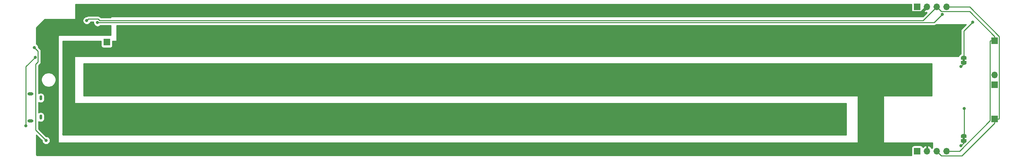
<source format=gbr>
G04 #@! TF.GenerationSoftware,KiCad,Pcbnew,(5.1.5)-3*
G04 #@! TF.CreationDate,2020-07-15T05:41:28-07:00*
G04 #@! TF.ProjectId,pcb,7063622e-6b69-4636-9164-5f7063625858,rev?*
G04 #@! TF.SameCoordinates,Original*
G04 #@! TF.FileFunction,Copper,L2,Bot*
G04 #@! TF.FilePolarity,Positive*
%FSLAX46Y46*%
G04 Gerber Fmt 4.6, Leading zero omitted, Abs format (unit mm)*
G04 Created by KiCad (PCBNEW (5.1.5)-3) date 2020-07-15 05:41:28*
%MOMM*%
%LPD*%
G04 APERTURE LIST*
%ADD10C,0.100000*%
%ADD11R,1.700000X1.700000*%
%ADD12O,1.700000X1.700000*%
%ADD13O,1.550000X0.775000*%
%ADD14O,0.650000X1.300000*%
%ADD15C,0.800000*%
%ADD16C,0.762000*%
%ADD17C,0.250000*%
%ADD18C,0.254000*%
G04 APERTURE END LIST*
D10*
G36*
X269295600Y-112010000D02*
G01*
X269295600Y-111510000D01*
X269895600Y-111510000D01*
X269895600Y-112010000D01*
X269295600Y-112010000D01*
G37*
G36*
X269295600Y-91690000D02*
G01*
X269295600Y-91190000D01*
X269895600Y-91190000D01*
X269895600Y-91690000D01*
X269295600Y-91690000D01*
G37*
D11*
X47625000Y-86741000D03*
D12*
X277622000Y-95250000D03*
D11*
X277622000Y-97790000D03*
X277622000Y-106680000D03*
X277622000Y-86360000D03*
G04 #@! TA.AperFunction,SMDPad,CuDef*
D10*
G36*
X268845600Y-111610000D02*
G01*
X268845600Y-111110000D01*
X268846202Y-111110000D01*
X268846202Y-111085466D01*
X268851012Y-111036635D01*
X268860584Y-110988510D01*
X268874828Y-110941555D01*
X268893605Y-110896222D01*
X268916736Y-110852949D01*
X268943996Y-110812150D01*
X268975124Y-110774221D01*
X269009821Y-110739524D01*
X269047750Y-110708396D01*
X269088549Y-110681136D01*
X269131822Y-110658005D01*
X269177155Y-110639228D01*
X269224110Y-110624984D01*
X269272235Y-110615412D01*
X269321066Y-110610602D01*
X269345600Y-110610602D01*
X269345600Y-110610000D01*
X269845600Y-110610000D01*
X269845600Y-110610602D01*
X269870134Y-110610602D01*
X269918965Y-110615412D01*
X269967090Y-110624984D01*
X270014045Y-110639228D01*
X270059378Y-110658005D01*
X270102651Y-110681136D01*
X270143450Y-110708396D01*
X270181379Y-110739524D01*
X270216076Y-110774221D01*
X270247204Y-110812150D01*
X270274464Y-110852949D01*
X270297595Y-110896222D01*
X270316372Y-110941555D01*
X270330616Y-110988510D01*
X270340188Y-111036635D01*
X270344998Y-111085466D01*
X270344998Y-111110000D01*
X270345600Y-111110000D01*
X270345600Y-111610000D01*
X268845600Y-111610000D01*
G37*
G04 #@! TD.AperFunction*
G04 #@! TA.AperFunction,SMDPad,CuDef*
G36*
X270344998Y-112410000D02*
G01*
X270344998Y-112434534D01*
X270340188Y-112483365D01*
X270330616Y-112531490D01*
X270316372Y-112578445D01*
X270297595Y-112623778D01*
X270274464Y-112667051D01*
X270247204Y-112707850D01*
X270216076Y-112745779D01*
X270181379Y-112780476D01*
X270143450Y-112811604D01*
X270102651Y-112838864D01*
X270059378Y-112861995D01*
X270014045Y-112880772D01*
X269967090Y-112895016D01*
X269918965Y-112904588D01*
X269870134Y-112909398D01*
X269845600Y-112909398D01*
X269845600Y-112910000D01*
X269345600Y-112910000D01*
X269345600Y-112909398D01*
X269321066Y-112909398D01*
X269272235Y-112904588D01*
X269224110Y-112895016D01*
X269177155Y-112880772D01*
X269131822Y-112861995D01*
X269088549Y-112838864D01*
X269047750Y-112811604D01*
X269009821Y-112780476D01*
X268975124Y-112745779D01*
X268943996Y-112707850D01*
X268916736Y-112667051D01*
X268893605Y-112623778D01*
X268874828Y-112578445D01*
X268860584Y-112531490D01*
X268851012Y-112483365D01*
X268846202Y-112434534D01*
X268846202Y-112410000D01*
X268845600Y-112410000D01*
X268845600Y-111910000D01*
X270345600Y-111910000D01*
X270345600Y-112410000D01*
X270344998Y-112410000D01*
G37*
G04 #@! TD.AperFunction*
G04 #@! TA.AperFunction,SMDPad,CuDef*
G36*
X268845600Y-91290000D02*
G01*
X268845600Y-90790000D01*
X268846202Y-90790000D01*
X268846202Y-90765466D01*
X268851012Y-90716635D01*
X268860584Y-90668510D01*
X268874828Y-90621555D01*
X268893605Y-90576222D01*
X268916736Y-90532949D01*
X268943996Y-90492150D01*
X268975124Y-90454221D01*
X269009821Y-90419524D01*
X269047750Y-90388396D01*
X269088549Y-90361136D01*
X269131822Y-90338005D01*
X269177155Y-90319228D01*
X269224110Y-90304984D01*
X269272235Y-90295412D01*
X269321066Y-90290602D01*
X269345600Y-90290602D01*
X269345600Y-90290000D01*
X269845600Y-90290000D01*
X269845600Y-90290602D01*
X269870134Y-90290602D01*
X269918965Y-90295412D01*
X269967090Y-90304984D01*
X270014045Y-90319228D01*
X270059378Y-90338005D01*
X270102651Y-90361136D01*
X270143450Y-90388396D01*
X270181379Y-90419524D01*
X270216076Y-90454221D01*
X270247204Y-90492150D01*
X270274464Y-90532949D01*
X270297595Y-90576222D01*
X270316372Y-90621555D01*
X270330616Y-90668510D01*
X270340188Y-90716635D01*
X270344998Y-90765466D01*
X270344998Y-90790000D01*
X270345600Y-90790000D01*
X270345600Y-91290000D01*
X268845600Y-91290000D01*
G37*
G04 #@! TD.AperFunction*
G04 #@! TA.AperFunction,SMDPad,CuDef*
G36*
X270344998Y-92090000D02*
G01*
X270344998Y-92114534D01*
X270340188Y-92163365D01*
X270330616Y-92211490D01*
X270316372Y-92258445D01*
X270297595Y-92303778D01*
X270274464Y-92347051D01*
X270247204Y-92387850D01*
X270216076Y-92425779D01*
X270181379Y-92460476D01*
X270143450Y-92491604D01*
X270102651Y-92518864D01*
X270059378Y-92541995D01*
X270014045Y-92560772D01*
X269967090Y-92575016D01*
X269918965Y-92584588D01*
X269870134Y-92589398D01*
X269845600Y-92589398D01*
X269845600Y-92590000D01*
X269345600Y-92590000D01*
X269345600Y-92589398D01*
X269321066Y-92589398D01*
X269272235Y-92584588D01*
X269224110Y-92575016D01*
X269177155Y-92560772D01*
X269131822Y-92541995D01*
X269088549Y-92518864D01*
X269047750Y-92491604D01*
X269009821Y-92460476D01*
X268975124Y-92425779D01*
X268943996Y-92387850D01*
X268916736Y-92347051D01*
X268893605Y-92303778D01*
X268874828Y-92258445D01*
X268860584Y-92211490D01*
X268851012Y-92163365D01*
X268846202Y-92114534D01*
X268846202Y-92090000D01*
X268845600Y-92090000D01*
X268845600Y-91590000D01*
X270345600Y-91590000D01*
X270345600Y-92090000D01*
X270344998Y-92090000D01*
G37*
G04 #@! TD.AperFunction*
D13*
X27813000Y-107208200D03*
X27813000Y-100208200D03*
D14*
X30513000Y-106208200D03*
X30513000Y-101208200D03*
D12*
X265176000Y-115062000D03*
X262636000Y-115062000D03*
X260096000Y-115062000D03*
D11*
X257556000Y-115062000D03*
D12*
X265176000Y-77597000D03*
X262636000Y-77597000D03*
X260096000Y-77597000D03*
D11*
X257556000Y-77597000D03*
D15*
X44323000Y-96520000D03*
X46863000Y-96520000D03*
X49403000Y-96520000D03*
X51943000Y-96520000D03*
X54483000Y-96520000D03*
X57023000Y-96520000D03*
X59563000Y-96520000D03*
X62103000Y-96520000D03*
X64643000Y-96520000D03*
X67183000Y-96520000D03*
X69723000Y-96520000D03*
X72263000Y-96520000D03*
X74803000Y-96520000D03*
X77343000Y-96520000D03*
X79883000Y-96520000D03*
X82423000Y-96520000D03*
X84963000Y-96520000D03*
X87503000Y-96520000D03*
X90043000Y-96520000D03*
X92583000Y-96520000D03*
X95123000Y-96520000D03*
X97663000Y-96520000D03*
X100203000Y-96520000D03*
X102743000Y-96520000D03*
X105283000Y-96520000D03*
X107823000Y-96520000D03*
X110363000Y-96520000D03*
X112903000Y-96520000D03*
X115443000Y-96520000D03*
X117983000Y-96520000D03*
X120523000Y-96520000D03*
X123063000Y-96520000D03*
X125603000Y-96520000D03*
X128143000Y-96520000D03*
X130683000Y-96520000D03*
X133223000Y-96520000D03*
X135763000Y-96520000D03*
X138303000Y-96520000D03*
X140843000Y-96520000D03*
X143383000Y-96520000D03*
X145923000Y-96520000D03*
X148463000Y-96520000D03*
X151003000Y-96520000D03*
X153543000Y-96520000D03*
X156083000Y-96520000D03*
X158623000Y-96520000D03*
X161163000Y-96520000D03*
X163703000Y-96520000D03*
X166243000Y-96520000D03*
X168783000Y-96520000D03*
X171323000Y-96520000D03*
X173863000Y-96520000D03*
X176403000Y-96520000D03*
X178943000Y-96520000D03*
X181483000Y-96520000D03*
X184023000Y-96520000D03*
X186563000Y-96520000D03*
X189103000Y-96520000D03*
X191643000Y-96520000D03*
X194183000Y-96520000D03*
X196723000Y-96520000D03*
X199263000Y-96520000D03*
X201803000Y-96520000D03*
X204343000Y-96520000D03*
X206883000Y-96520000D03*
X209423000Y-96520000D03*
X211963000Y-96520000D03*
X214503000Y-96520000D03*
X217043000Y-96520000D03*
X219583000Y-96520000D03*
X222123000Y-96520000D03*
X224663000Y-96520000D03*
X227203000Y-96520000D03*
X229743000Y-96520000D03*
X232283000Y-96520000D03*
X234823000Y-96520000D03*
X237363000Y-96520000D03*
X239903000Y-96520000D03*
X242443000Y-96520000D03*
X244983000Y-96520000D03*
X247523000Y-96520000D03*
X250063000Y-96520000D03*
X252603000Y-96520000D03*
X255143000Y-96520000D03*
X257683000Y-96520000D03*
X41783000Y-115570000D03*
X44323000Y-115570000D03*
X46863000Y-115570000D03*
X49403000Y-115570000D03*
X51943000Y-115570000D03*
X54483000Y-115570000D03*
X57023000Y-115570000D03*
X59563000Y-115570000D03*
X62103000Y-115570000D03*
X64643000Y-115570000D03*
X67183000Y-115570000D03*
X69723000Y-115570000D03*
X72263000Y-115570000D03*
X74803000Y-115570000D03*
X77343000Y-115570000D03*
X79883000Y-115570000D03*
X82423000Y-115570000D03*
X84963000Y-115570000D03*
X87503000Y-115570000D03*
X90043000Y-115570000D03*
X92583000Y-115570000D03*
X95123000Y-115570000D03*
X97663000Y-115570000D03*
X100203000Y-115570000D03*
X102743000Y-115570000D03*
X105283000Y-115570000D03*
X107823000Y-115570000D03*
X110363000Y-115570000D03*
X112903000Y-115570000D03*
X115443000Y-115570000D03*
X117983000Y-115570000D03*
X120523000Y-115570000D03*
X123063000Y-115570000D03*
X125603000Y-115570000D03*
X128143000Y-115570000D03*
X130683000Y-115570000D03*
X133223000Y-115570000D03*
X135763000Y-115570000D03*
X138303000Y-115570000D03*
X140843000Y-115570000D03*
X143383000Y-115570000D03*
X145923000Y-115570000D03*
X148463000Y-115570000D03*
X151003000Y-115570000D03*
X153543000Y-115570000D03*
X156083000Y-115570000D03*
X158623000Y-115570000D03*
X161163000Y-115570000D03*
X163703000Y-115570000D03*
X166243000Y-115570000D03*
X168783000Y-115570000D03*
X171323000Y-115570000D03*
X173863000Y-115570000D03*
X176403000Y-115570000D03*
X178943000Y-115570000D03*
X181483000Y-115570000D03*
X184023000Y-115570000D03*
X186563000Y-115570000D03*
X189103000Y-115570000D03*
X191643000Y-115570000D03*
X194183000Y-115570000D03*
X196723000Y-115570000D03*
X199263000Y-115570000D03*
X201803000Y-115570000D03*
X204343000Y-115570000D03*
X206883000Y-115570000D03*
X209423000Y-115570000D03*
X211963000Y-115570000D03*
X214503000Y-115570000D03*
X217043000Y-115570000D03*
X219583000Y-115570000D03*
X222123000Y-115570000D03*
X224663000Y-115570000D03*
X227203000Y-115570000D03*
X229743000Y-115570000D03*
X232283000Y-115570000D03*
X234823000Y-115570000D03*
X237363000Y-115570000D03*
X239903000Y-115570000D03*
X242443000Y-115570000D03*
X41783000Y-77470000D03*
X44323000Y-77470000D03*
X46863000Y-77470000D03*
X49403000Y-77470000D03*
X51943000Y-77470000D03*
X54483000Y-77470000D03*
X57023000Y-77470000D03*
X59563000Y-77470000D03*
X62103000Y-77470000D03*
X64643000Y-77470000D03*
X67183000Y-77470000D03*
X69723000Y-77470000D03*
X72263000Y-77470000D03*
X74803000Y-77470000D03*
X77343000Y-77470000D03*
X79883000Y-77470000D03*
X82423000Y-77470000D03*
X84963000Y-77470000D03*
X87503000Y-77470000D03*
X90043000Y-77470000D03*
X92583000Y-77470000D03*
X95123000Y-77470000D03*
X97663000Y-77470000D03*
X100203000Y-77470000D03*
X102743000Y-77470000D03*
X105283000Y-77470000D03*
X107823000Y-77470000D03*
X110363000Y-77470000D03*
X112903000Y-77470000D03*
X115443000Y-77470000D03*
X117983000Y-77470000D03*
X120523000Y-77470000D03*
X123063000Y-77470000D03*
X125603000Y-77470000D03*
X128143000Y-77470000D03*
X130683000Y-77470000D03*
X133223000Y-77470000D03*
X135763000Y-77470000D03*
X138303000Y-77470000D03*
X140843000Y-77470000D03*
X143383000Y-77470000D03*
X145923000Y-77470000D03*
X148463000Y-77470000D03*
X151003000Y-77470000D03*
X153543000Y-77470000D03*
X156083000Y-77470000D03*
X158623000Y-77470000D03*
X161163000Y-77470000D03*
X163703000Y-77470000D03*
X166243000Y-77470000D03*
X168783000Y-77470000D03*
X171323000Y-77470000D03*
X173863000Y-77470000D03*
X176403000Y-77470000D03*
X178943000Y-77470000D03*
X181483000Y-77470000D03*
X184023000Y-77470000D03*
X186563000Y-77470000D03*
X189103000Y-77470000D03*
X191643000Y-77470000D03*
X194183000Y-77470000D03*
X196723000Y-77470000D03*
X199263000Y-77470000D03*
X201803000Y-77470000D03*
X204343000Y-77470000D03*
X206883000Y-77470000D03*
X209423000Y-77470000D03*
X211963000Y-77470000D03*
X214503000Y-77470000D03*
X217043000Y-77470000D03*
X219583000Y-77470000D03*
X222123000Y-77470000D03*
X224663000Y-77470000D03*
X227203000Y-77470000D03*
X229743000Y-77470000D03*
X232283000Y-77470000D03*
X234823000Y-77470000D03*
X237363000Y-77470000D03*
X239903000Y-77470000D03*
X242443000Y-77470000D03*
X244983000Y-77470000D03*
X247523000Y-77470000D03*
X250063000Y-77470000D03*
X32525500Y-92583000D03*
X32004000Y-104013000D03*
X33274000Y-104013000D03*
X34544000Y-104013000D03*
X32004000Y-105283000D03*
X33274000Y-105283000D03*
X34544000Y-105283000D03*
X41783000Y-106680000D03*
X44323000Y-106680000D03*
X46863000Y-106680000D03*
X49403000Y-106680000D03*
X51943000Y-106680000D03*
X54483000Y-106680000D03*
X57023000Y-106680000D03*
X59563000Y-106680000D03*
X62103000Y-106680000D03*
X64643000Y-106680000D03*
X67183000Y-106680000D03*
X69723000Y-106680000D03*
X72263000Y-106680000D03*
X74803000Y-106680000D03*
X77343000Y-106680000D03*
X79883000Y-106680000D03*
X82423000Y-106680000D03*
X84963000Y-106680000D03*
X87503000Y-106680000D03*
X90043000Y-106680000D03*
X92583000Y-106680000D03*
X95123000Y-106680000D03*
X97663000Y-106680000D03*
X100203000Y-106680000D03*
X102743000Y-106680000D03*
X105283000Y-106680000D03*
X107823000Y-106680000D03*
X110363000Y-106680000D03*
X112903000Y-106680000D03*
X115443000Y-106680000D03*
X117983000Y-106680000D03*
X120523000Y-106680000D03*
X123063000Y-106680000D03*
X125603000Y-106680000D03*
X128143000Y-106680000D03*
X130683000Y-106680000D03*
X133223000Y-106680000D03*
X135763000Y-106680000D03*
X138303000Y-106680000D03*
X140843000Y-106680000D03*
X143383000Y-106680000D03*
X145923000Y-106680000D03*
X148463000Y-106680000D03*
X151003000Y-106680000D03*
X153543000Y-106680000D03*
X156083000Y-106680000D03*
X158623000Y-106680000D03*
X161163000Y-106680000D03*
X163703000Y-106680000D03*
X166243000Y-106680000D03*
X168783000Y-106680000D03*
X171323000Y-106680000D03*
X173863000Y-106680000D03*
X176403000Y-106680000D03*
X178943000Y-106680000D03*
X181483000Y-106680000D03*
X184023000Y-106680000D03*
X186563000Y-106680000D03*
X189103000Y-106680000D03*
X191643000Y-106680000D03*
X194183000Y-106680000D03*
X196723000Y-106680000D03*
X199263000Y-106680000D03*
X201803000Y-106680000D03*
X204343000Y-106680000D03*
X206883000Y-106680000D03*
X209423000Y-106680000D03*
X211963000Y-106680000D03*
X214503000Y-106680000D03*
X217043000Y-106680000D03*
X219583000Y-106680000D03*
X222123000Y-106680000D03*
X224663000Y-106680000D03*
X227203000Y-106680000D03*
X229743000Y-106680000D03*
X232283000Y-106680000D03*
X234823000Y-106680000D03*
X51943000Y-86360000D03*
X54483000Y-86360000D03*
X57023000Y-86360000D03*
X59563000Y-86360000D03*
X62103000Y-86360000D03*
X64643000Y-86360000D03*
X67183000Y-86360000D03*
X69723000Y-86360000D03*
X72263000Y-86360000D03*
X74803000Y-86360000D03*
X77343000Y-86360000D03*
X79883000Y-86360000D03*
X82423000Y-86360000D03*
X84963000Y-86360000D03*
X87503000Y-86360000D03*
X90043000Y-86360000D03*
X92583000Y-86360000D03*
X95123000Y-86360000D03*
X97663000Y-86360000D03*
X100203000Y-86360000D03*
X102743000Y-86360000D03*
X105283000Y-86360000D03*
X107823000Y-86360000D03*
X110363000Y-86360000D03*
X112903000Y-86360000D03*
X115443000Y-86360000D03*
X117983000Y-86360000D03*
X120523000Y-86360000D03*
X123063000Y-86360000D03*
X125603000Y-86360000D03*
X128143000Y-86360000D03*
X130683000Y-86360000D03*
X133223000Y-86360000D03*
X135763000Y-86360000D03*
X138303000Y-86360000D03*
X140843000Y-86360000D03*
X143383000Y-86360000D03*
X145923000Y-86360000D03*
X148463000Y-86360000D03*
X151003000Y-86360000D03*
X153543000Y-86360000D03*
X156083000Y-86360000D03*
X158623000Y-86360000D03*
X161163000Y-86360000D03*
X163703000Y-86360000D03*
X166243000Y-86360000D03*
X168783000Y-86360000D03*
X171323000Y-86360000D03*
X173863000Y-86360000D03*
X176403000Y-86360000D03*
X178943000Y-86360000D03*
X181483000Y-86360000D03*
X184023000Y-86360000D03*
X186563000Y-86360000D03*
X189103000Y-86360000D03*
X191643000Y-86360000D03*
X194183000Y-86360000D03*
X196723000Y-86360000D03*
X199263000Y-86360000D03*
X201803000Y-86360000D03*
X204343000Y-86360000D03*
X206883000Y-86360000D03*
X209423000Y-86360000D03*
X211963000Y-86360000D03*
X214503000Y-86360000D03*
X217043000Y-86360000D03*
X219583000Y-86360000D03*
X222123000Y-86360000D03*
X224663000Y-86360000D03*
X227203000Y-86360000D03*
X229743000Y-86360000D03*
X232283000Y-86360000D03*
X234823000Y-86360000D03*
X237363000Y-86360000D03*
X239903000Y-86360000D03*
X242443000Y-86360000D03*
X244983000Y-86360000D03*
X247523000Y-86360000D03*
X250063000Y-86360000D03*
X252603000Y-86360000D03*
X255143000Y-86360000D03*
X257683000Y-86360000D03*
X260223000Y-86360000D03*
X262763000Y-86360000D03*
X265303000Y-86360000D03*
X36449000Y-110617000D03*
X36830000Y-101600000D03*
X38100000Y-101600000D03*
X36830000Y-102870000D03*
X38100000Y-102870000D03*
X36830000Y-104140000D03*
X38100000Y-104140000D03*
X36830000Y-105410000D03*
X38100000Y-105410000D03*
X31877000Y-112268000D03*
X28859675Y-88139388D03*
X264033000Y-79502000D03*
X45212000Y-81661000D03*
X42418000Y-81115701D03*
X26670000Y-108458000D03*
X29083000Y-90678000D03*
X271907000Y-81534000D03*
X268859000Y-93091000D03*
X269748000Y-104013000D03*
X268859000Y-113665000D03*
D16*
X250462999Y-77869999D02*
X250063000Y-77470000D01*
X251621001Y-79028001D02*
X250462999Y-77869999D01*
X258664999Y-79028001D02*
X251621001Y-79028001D01*
X260096000Y-77597000D02*
X258664999Y-79028001D01*
D17*
X31877000Y-112268000D02*
X29210000Y-109601000D01*
X29210000Y-109601000D02*
X29210000Y-92456000D01*
X29808001Y-89087714D02*
X28859675Y-88139388D01*
X29210000Y-92456000D02*
X29808001Y-91857999D01*
X29808001Y-91857999D02*
X29808001Y-89087714D01*
X278797001Y-106604999D02*
X278722000Y-106680000D01*
X271144002Y-77597000D02*
X278797001Y-85249999D01*
X278722000Y-106680000D02*
X277622000Y-106680000D01*
X278797001Y-85249999D02*
X278797001Y-106604999D01*
X265176000Y-77597000D02*
X271144002Y-77597000D01*
X263811001Y-116237001D02*
X263485999Y-115911999D01*
X269164999Y-116237001D02*
X263811001Y-116237001D01*
X277622000Y-107780000D02*
X269164999Y-116237001D01*
X263485999Y-115911999D02*
X262636000Y-115062000D01*
X277622000Y-106680000D02*
X277622000Y-107780000D01*
X264033000Y-79502000D02*
X261931990Y-81603010D01*
X261931990Y-81603010D02*
X45212000Y-81661000D01*
X277622000Y-85260000D02*
X277622000Y-86360000D01*
X271134001Y-78772001D02*
X277622000Y-85260000D01*
X263811001Y-78772001D02*
X271134001Y-78772001D01*
X262636000Y-77597000D02*
X263811001Y-78772001D01*
X276522000Y-86360000D02*
X277622000Y-86360000D01*
X276446999Y-107150003D02*
X276446999Y-86435001D01*
X268535002Y-115062000D02*
X276446999Y-107150003D01*
X276446999Y-86435001D02*
X276522000Y-86360000D01*
X265176000Y-115062000D02*
X268535002Y-115062000D01*
X262636000Y-77597000D02*
X259080000Y-81153000D01*
X259080000Y-81153000D02*
X47498000Y-81153000D01*
X42817999Y-80715702D02*
X42418000Y-81115701D01*
X45339704Y-80715702D02*
X42817999Y-80715702D01*
X47498000Y-81153000D02*
X45777002Y-81153000D01*
X45777002Y-81153000D02*
X45339704Y-80715702D01*
X26670000Y-93091000D02*
X26670000Y-108458000D01*
X29083000Y-90678000D02*
X26670000Y-93091000D01*
X269595600Y-83845400D02*
X269595600Y-90790000D01*
X271907000Y-81534000D02*
X269595600Y-83845400D01*
X269595600Y-92090000D02*
X269595600Y-92354400D01*
X269595600Y-92354400D02*
X268859000Y-93091000D01*
X269748000Y-110957600D02*
X269595600Y-111110000D01*
X269748000Y-104013000D02*
X269748000Y-110957600D01*
X269595600Y-112410000D02*
X269595600Y-112928400D01*
X269595600Y-112928400D02*
X268859000Y-113665000D01*
D18*
G36*
X261493000Y-114104893D02*
G01*
X261482525Y-114115368D01*
X261360805Y-114297534D01*
X261291178Y-114180645D01*
X261096269Y-113964412D01*
X260862920Y-113790359D01*
X260600099Y-113665175D01*
X260452890Y-113620524D01*
X260223000Y-113741845D01*
X260223000Y-114935000D01*
X260243000Y-114935000D01*
X260243000Y-115189000D01*
X260223000Y-115189000D01*
X260223000Y-115209000D01*
X259969000Y-115209000D01*
X259969000Y-115189000D01*
X259949000Y-115189000D01*
X259949000Y-114935000D01*
X259969000Y-114935000D01*
X259969000Y-113741845D01*
X259739110Y-113620524D01*
X259591901Y-113665175D01*
X259329080Y-113790359D01*
X259095731Y-113964412D01*
X259019966Y-114048466D01*
X258995502Y-113967820D01*
X258936537Y-113857506D01*
X258857185Y-113760815D01*
X258760494Y-113681463D01*
X258650180Y-113622498D01*
X258530482Y-113586188D01*
X258406000Y-113573928D01*
X256706000Y-113573928D01*
X256581518Y-113586188D01*
X256461820Y-113622498D01*
X256351506Y-113681463D01*
X256254815Y-113760815D01*
X256175463Y-113857506D01*
X256116498Y-113967820D01*
X256080188Y-114087518D01*
X256067928Y-114212000D01*
X256067928Y-115912000D01*
X256080188Y-116036482D01*
X256116498Y-116156180D01*
X256129230Y-116180000D01*
X248412000Y-116180000D01*
X248412000Y-112903000D01*
X261493000Y-112903000D01*
X261493000Y-114104893D01*
G37*
X261493000Y-114104893D02*
X261482525Y-114115368D01*
X261360805Y-114297534D01*
X261291178Y-114180645D01*
X261096269Y-113964412D01*
X260862920Y-113790359D01*
X260600099Y-113665175D01*
X260452890Y-113620524D01*
X260223000Y-113741845D01*
X260223000Y-114935000D01*
X260243000Y-114935000D01*
X260243000Y-115189000D01*
X260223000Y-115189000D01*
X260223000Y-115209000D01*
X259969000Y-115209000D01*
X259969000Y-115189000D01*
X259949000Y-115189000D01*
X259949000Y-114935000D01*
X259969000Y-114935000D01*
X259969000Y-113741845D01*
X259739110Y-113620524D01*
X259591901Y-113665175D01*
X259329080Y-113790359D01*
X259095731Y-113964412D01*
X259019966Y-114048466D01*
X258995502Y-113967820D01*
X258936537Y-113857506D01*
X258857185Y-113760815D01*
X258760494Y-113681463D01*
X258650180Y-113622498D01*
X258530482Y-113586188D01*
X258406000Y-113573928D01*
X256706000Y-113573928D01*
X256581518Y-113586188D01*
X256461820Y-113622498D01*
X256351506Y-113681463D01*
X256254815Y-113760815D01*
X256175463Y-113857506D01*
X256116498Y-113967820D01*
X256080188Y-114087518D01*
X256067928Y-114212000D01*
X256067928Y-115912000D01*
X256080188Y-116036482D01*
X256116498Y-116156180D01*
X256129230Y-116180000D01*
X248412000Y-116180000D01*
X248412000Y-112903000D01*
X261493000Y-112903000D01*
X261493000Y-114104893D01*
G36*
X269084603Y-83281596D02*
G01*
X269055599Y-83305399D01*
X269000471Y-83372574D01*
X268960626Y-83421124D01*
X268890055Y-83553153D01*
X268890054Y-83553154D01*
X268846597Y-83696415D01*
X268835600Y-83808068D01*
X268835600Y-83808078D01*
X268831924Y-83845400D01*
X268835600Y-83882723D01*
X268835601Y-89775638D01*
X268755408Y-89818502D01*
X268673909Y-89872958D01*
X268577218Y-89952310D01*
X268507910Y-90021618D01*
X268428558Y-90118309D01*
X268374102Y-90199808D01*
X268315136Y-90310125D01*
X268277627Y-90400681D01*
X268270553Y-90424000D01*
X39370000Y-90424000D01*
X39345224Y-90426440D01*
X39321399Y-90433667D01*
X39299443Y-90445403D01*
X39280197Y-90461197D01*
X39264403Y-90480443D01*
X39252667Y-90502399D01*
X39245440Y-90526224D01*
X39243000Y-90551000D01*
X39243000Y-102489000D01*
X39245440Y-102513776D01*
X39252667Y-102537601D01*
X39264403Y-102559557D01*
X39280197Y-102578803D01*
X39299443Y-102594597D01*
X39321399Y-102606333D01*
X39345224Y-102613560D01*
X39370000Y-102616000D01*
X239141000Y-102616000D01*
X239141000Y-110871000D01*
X36195000Y-110871000D01*
X36195000Y-86487000D01*
X46136928Y-86487000D01*
X46136928Y-87591000D01*
X46149188Y-87715482D01*
X46185498Y-87835180D01*
X46244463Y-87945494D01*
X46323815Y-88042185D01*
X46420506Y-88121537D01*
X46530820Y-88180502D01*
X46650518Y-88216812D01*
X46775000Y-88229072D01*
X48475000Y-88229072D01*
X48599482Y-88216812D01*
X48719180Y-88180502D01*
X48829494Y-88121537D01*
X48926185Y-88042185D01*
X49005537Y-87945494D01*
X49064502Y-87835180D01*
X49100812Y-87715482D01*
X49113072Y-87591000D01*
X49113072Y-86487000D01*
X50038000Y-86487000D01*
X50062776Y-86484560D01*
X50086601Y-86477333D01*
X50108557Y-86465597D01*
X50127803Y-86449803D01*
X50143597Y-86430557D01*
X50155333Y-86408601D01*
X50162560Y-86384776D01*
X50165000Y-86360000D01*
X50165000Y-82419674D01*
X261894759Y-82363019D01*
X261931990Y-82366686D01*
X261969424Y-82362999D01*
X261969526Y-82362999D01*
X262007855Y-82359214D01*
X262080975Y-82352012D01*
X262081069Y-82351984D01*
X262081176Y-82351973D01*
X262153799Y-82329922D01*
X262224236Y-82308556D01*
X262224328Y-82308507D01*
X262224426Y-82308477D01*
X262289601Y-82273618D01*
X262356266Y-82237984D01*
X262356347Y-82237918D01*
X262356436Y-82237870D01*
X262414095Y-82190524D01*
X262440322Y-82169000D01*
X270197198Y-82169000D01*
X269084603Y-83281596D01*
G37*
X269084603Y-83281596D02*
X269055599Y-83305399D01*
X269000471Y-83372574D01*
X268960626Y-83421124D01*
X268890055Y-83553153D01*
X268890054Y-83553154D01*
X268846597Y-83696415D01*
X268835600Y-83808068D01*
X268835600Y-83808078D01*
X268831924Y-83845400D01*
X268835600Y-83882723D01*
X268835601Y-89775638D01*
X268755408Y-89818502D01*
X268673909Y-89872958D01*
X268577218Y-89952310D01*
X268507910Y-90021618D01*
X268428558Y-90118309D01*
X268374102Y-90199808D01*
X268315136Y-90310125D01*
X268277627Y-90400681D01*
X268270553Y-90424000D01*
X39370000Y-90424000D01*
X39345224Y-90426440D01*
X39321399Y-90433667D01*
X39299443Y-90445403D01*
X39280197Y-90461197D01*
X39264403Y-90480443D01*
X39252667Y-90502399D01*
X39245440Y-90526224D01*
X39243000Y-90551000D01*
X39243000Y-102489000D01*
X39245440Y-102513776D01*
X39252667Y-102537601D01*
X39264403Y-102559557D01*
X39280197Y-102578803D01*
X39299443Y-102594597D01*
X39321399Y-102606333D01*
X39345224Y-102613560D01*
X39370000Y-102616000D01*
X239141000Y-102616000D01*
X239141000Y-110871000D01*
X36195000Y-110871000D01*
X36195000Y-86487000D01*
X46136928Y-86487000D01*
X46136928Y-87591000D01*
X46149188Y-87715482D01*
X46185498Y-87835180D01*
X46244463Y-87945494D01*
X46323815Y-88042185D01*
X46420506Y-88121537D01*
X46530820Y-88180502D01*
X46650518Y-88216812D01*
X46775000Y-88229072D01*
X48475000Y-88229072D01*
X48599482Y-88216812D01*
X48719180Y-88180502D01*
X48829494Y-88121537D01*
X48926185Y-88042185D01*
X49005537Y-87945494D01*
X49064502Y-87835180D01*
X49100812Y-87715482D01*
X49113072Y-87591000D01*
X49113072Y-86487000D01*
X50038000Y-86487000D01*
X50062776Y-86484560D01*
X50086601Y-86477333D01*
X50108557Y-86465597D01*
X50127803Y-86449803D01*
X50143597Y-86430557D01*
X50155333Y-86408601D01*
X50162560Y-86384776D01*
X50165000Y-86360000D01*
X50165000Y-82419674D01*
X261894759Y-82363019D01*
X261931990Y-82366686D01*
X261969424Y-82362999D01*
X261969526Y-82362999D01*
X262007855Y-82359214D01*
X262080975Y-82352012D01*
X262081069Y-82351984D01*
X262081176Y-82351973D01*
X262153799Y-82329922D01*
X262224236Y-82308556D01*
X262224328Y-82308507D01*
X262224426Y-82308477D01*
X262289601Y-82273618D01*
X262356266Y-82237984D01*
X262356347Y-82237918D01*
X262356436Y-82237870D01*
X262414095Y-82190524D01*
X262440322Y-82169000D01*
X270197198Y-82169000D01*
X269084603Y-83281596D01*
G36*
X256067928Y-78447000D02*
G01*
X256080188Y-78571482D01*
X256116498Y-78691180D01*
X256175463Y-78801494D01*
X256254815Y-78898185D01*
X256351506Y-78977537D01*
X256461820Y-79036502D01*
X256581518Y-79072812D01*
X256706000Y-79085072D01*
X258406000Y-79085072D01*
X258530482Y-79072812D01*
X258650180Y-79036502D01*
X258760494Y-78977537D01*
X258857185Y-78898185D01*
X258936537Y-78801494D01*
X258995502Y-78691180D01*
X259019966Y-78610534D01*
X259095731Y-78694588D01*
X259329080Y-78868641D01*
X259591901Y-78993825D01*
X259739110Y-79038476D01*
X259968998Y-78917156D01*
X259968998Y-79082000D01*
X260076198Y-79082000D01*
X259021199Y-80137000D01*
X48768000Y-80137000D01*
X48743224Y-80139440D01*
X48719399Y-80146667D01*
X48697443Y-80158403D01*
X48678197Y-80174197D01*
X48662403Y-80193443D01*
X48650667Y-80215399D01*
X48643440Y-80239224D01*
X48641000Y-80264000D01*
X48641000Y-80393000D01*
X46091803Y-80393000D01*
X45903508Y-80204705D01*
X45879705Y-80175701D01*
X45763980Y-80080728D01*
X45631951Y-80010156D01*
X45488690Y-79966699D01*
X45377037Y-79955702D01*
X45377026Y-79955702D01*
X45339704Y-79952026D01*
X45302382Y-79955702D01*
X42855321Y-79955702D01*
X42817998Y-79952026D01*
X42780676Y-79955702D01*
X42780666Y-79955702D01*
X42669013Y-79966699D01*
X42525752Y-80010156D01*
X42393774Y-80080701D01*
X42316061Y-80080701D01*
X42116102Y-80120475D01*
X41927744Y-80198496D01*
X41758226Y-80311764D01*
X41614063Y-80455927D01*
X41500795Y-80625445D01*
X41422774Y-80813803D01*
X41383000Y-81013762D01*
X41383000Y-81217640D01*
X41422774Y-81417599D01*
X41500795Y-81605957D01*
X41614063Y-81775475D01*
X41758226Y-81919638D01*
X41927744Y-82032906D01*
X42116102Y-82110927D01*
X42316061Y-82150701D01*
X42519939Y-82150701D01*
X42719898Y-82110927D01*
X42908256Y-82032906D01*
X43077774Y-81919638D01*
X43221937Y-81775475D01*
X43335205Y-81605957D01*
X43389159Y-81475702D01*
X44193581Y-81475702D01*
X44177000Y-81559061D01*
X44177000Y-81762939D01*
X44216774Y-81962898D01*
X44294795Y-82151256D01*
X44408063Y-82320774D01*
X44552226Y-82464937D01*
X44721744Y-82578205D01*
X44910102Y-82656226D01*
X45110061Y-82696000D01*
X45313939Y-82696000D01*
X45513898Y-82656226D01*
X45702256Y-82578205D01*
X45871774Y-82464937D01*
X45915900Y-82420811D01*
X48641000Y-82420082D01*
X48641000Y-84963000D01*
X35179000Y-84963000D01*
X35154224Y-84965440D01*
X35130399Y-84972667D01*
X35108443Y-84984403D01*
X35089197Y-85000197D01*
X35073403Y-85019443D01*
X35061667Y-85041399D01*
X35054440Y-85065224D01*
X35052000Y-85090000D01*
X35052000Y-112776000D01*
X35054440Y-112800776D01*
X35061667Y-112824601D01*
X35073403Y-112846557D01*
X35089197Y-112865803D01*
X35108443Y-112881597D01*
X35130399Y-112893333D01*
X35154224Y-112900560D01*
X35179000Y-112903000D01*
X242062000Y-112903000D01*
X242086776Y-112900560D01*
X242110601Y-112893333D01*
X242132557Y-112881597D01*
X242151803Y-112865803D01*
X242167597Y-112846557D01*
X242179333Y-112824601D01*
X242186560Y-112800776D01*
X242189000Y-112776000D01*
X242189000Y-100838000D01*
X242186560Y-100813224D01*
X242179333Y-100789399D01*
X242167597Y-100767443D01*
X242151803Y-100748197D01*
X242132557Y-100732403D01*
X242110601Y-100720667D01*
X242086776Y-100713440D01*
X242062000Y-100711000D01*
X41656000Y-100711000D01*
X41656000Y-92329000D01*
X261366000Y-92329000D01*
X261366000Y-100711000D01*
X248920000Y-100711000D01*
X248895224Y-100713440D01*
X248871399Y-100720667D01*
X248849443Y-100732403D01*
X248830197Y-100748197D01*
X248814403Y-100767443D01*
X248802667Y-100789399D01*
X248795440Y-100813224D01*
X248793000Y-100838000D01*
X248793000Y-116180000D01*
X29532878Y-116180000D01*
X29337000Y-115984122D01*
X29337000Y-110802801D01*
X30842000Y-112307802D01*
X30842000Y-112369939D01*
X30881774Y-112569898D01*
X30959795Y-112758256D01*
X31073063Y-112927774D01*
X31217226Y-113071937D01*
X31386744Y-113185205D01*
X31575102Y-113263226D01*
X31775061Y-113303000D01*
X31978939Y-113303000D01*
X32178898Y-113263226D01*
X32367256Y-113185205D01*
X32536774Y-113071937D01*
X32680937Y-112927774D01*
X32794205Y-112758256D01*
X32872226Y-112569898D01*
X32912000Y-112369939D01*
X32912000Y-112166061D01*
X32872226Y-111966102D01*
X32794205Y-111777744D01*
X32680937Y-111608226D01*
X32536774Y-111464063D01*
X32367256Y-111350795D01*
X32178898Y-111272774D01*
X31978939Y-111233000D01*
X31916802Y-111233000D01*
X29970000Y-109286199D01*
X29970000Y-107329469D01*
X29977072Y-107335273D01*
X30143846Y-107424416D01*
X30324807Y-107479310D01*
X30513000Y-107497845D01*
X30701192Y-107479310D01*
X30882153Y-107424416D01*
X31048928Y-107335273D01*
X31195107Y-107215307D01*
X31315073Y-107069128D01*
X31404216Y-106902354D01*
X31459110Y-106721393D01*
X31473000Y-106580362D01*
X31473000Y-105836039D01*
X31459110Y-105695007D01*
X31404216Y-105514046D01*
X31315073Y-105347272D01*
X31195107Y-105201093D01*
X31048928Y-105081127D01*
X30882154Y-104991984D01*
X30701193Y-104937090D01*
X30513000Y-104918555D01*
X30324808Y-104937090D01*
X30143847Y-104991984D01*
X29977073Y-105081127D01*
X29970000Y-105086932D01*
X29970000Y-102329469D01*
X29977072Y-102335273D01*
X30143846Y-102424416D01*
X30324807Y-102479310D01*
X30513000Y-102497845D01*
X30701192Y-102479310D01*
X30882153Y-102424416D01*
X31048928Y-102335273D01*
X31195107Y-102215307D01*
X31315073Y-102069128D01*
X31404216Y-101902354D01*
X31459110Y-101721393D01*
X31473000Y-101580362D01*
X31473000Y-100836039D01*
X31459110Y-100695007D01*
X31404216Y-100514046D01*
X31315073Y-100347272D01*
X31195107Y-100201093D01*
X31048928Y-100081127D01*
X30882154Y-99991984D01*
X30701193Y-99937090D01*
X30513000Y-99918555D01*
X30324808Y-99937090D01*
X30143847Y-99991984D01*
X29977073Y-100081127D01*
X29970000Y-100086932D01*
X29970000Y-96334344D01*
X30627000Y-96334344D01*
X30627000Y-96705656D01*
X30699439Y-97069834D01*
X30841534Y-97412882D01*
X31047825Y-97721618D01*
X31310382Y-97984175D01*
X31619118Y-98190466D01*
X31962166Y-98332561D01*
X32326344Y-98405000D01*
X32697656Y-98405000D01*
X33061834Y-98332561D01*
X33404882Y-98190466D01*
X33713618Y-97984175D01*
X33976175Y-97721618D01*
X34182466Y-97412882D01*
X34324561Y-97069834D01*
X34397000Y-96705656D01*
X34397000Y-96334344D01*
X34324561Y-95970166D01*
X34182466Y-95627118D01*
X33976175Y-95318382D01*
X33713618Y-95055825D01*
X33404882Y-94849534D01*
X33061834Y-94707439D01*
X32697656Y-94635000D01*
X32326344Y-94635000D01*
X31962166Y-94707439D01*
X31619118Y-94849534D01*
X31310382Y-95055825D01*
X31047825Y-95318382D01*
X30841534Y-95627118D01*
X30699439Y-95970166D01*
X30627000Y-96334344D01*
X29970000Y-96334344D01*
X29970000Y-92770801D01*
X30319005Y-92421797D01*
X30348002Y-92398000D01*
X30374333Y-92365916D01*
X30442975Y-92282276D01*
X30513547Y-92150246D01*
X30513547Y-92150245D01*
X30557004Y-92006985D01*
X30568001Y-91895332D01*
X30568001Y-91895323D01*
X30571677Y-91858000D01*
X30568001Y-91820677D01*
X30568001Y-89125036D01*
X30571677Y-89087713D01*
X30568001Y-89050390D01*
X30568001Y-89050381D01*
X30557004Y-88938728D01*
X30513547Y-88795467D01*
X30442975Y-88663438D01*
X30415241Y-88629644D01*
X30371800Y-88576710D01*
X30371796Y-88576706D01*
X30348002Y-88547713D01*
X30319009Y-88523919D01*
X29894675Y-88099586D01*
X29894675Y-88037449D01*
X29854901Y-87837490D01*
X29776880Y-87649132D01*
X29663612Y-87479614D01*
X29519449Y-87335451D01*
X29349931Y-87222183D01*
X29337000Y-87216827D01*
X29337000Y-82983606D01*
X31548606Y-80772000D01*
X39370000Y-80772000D01*
X39394776Y-80769560D01*
X39418601Y-80762333D01*
X39440557Y-80750597D01*
X39459803Y-80734803D01*
X39475597Y-80715557D01*
X39487333Y-80693601D01*
X39494560Y-80669776D01*
X39497000Y-80645000D01*
X39497000Y-76860000D01*
X256067928Y-76860000D01*
X256067928Y-78447000D01*
G37*
X256067928Y-78447000D02*
X256080188Y-78571482D01*
X256116498Y-78691180D01*
X256175463Y-78801494D01*
X256254815Y-78898185D01*
X256351506Y-78977537D01*
X256461820Y-79036502D01*
X256581518Y-79072812D01*
X256706000Y-79085072D01*
X258406000Y-79085072D01*
X258530482Y-79072812D01*
X258650180Y-79036502D01*
X258760494Y-78977537D01*
X258857185Y-78898185D01*
X258936537Y-78801494D01*
X258995502Y-78691180D01*
X259019966Y-78610534D01*
X259095731Y-78694588D01*
X259329080Y-78868641D01*
X259591901Y-78993825D01*
X259739110Y-79038476D01*
X259968998Y-78917156D01*
X259968998Y-79082000D01*
X260076198Y-79082000D01*
X259021199Y-80137000D01*
X48768000Y-80137000D01*
X48743224Y-80139440D01*
X48719399Y-80146667D01*
X48697443Y-80158403D01*
X48678197Y-80174197D01*
X48662403Y-80193443D01*
X48650667Y-80215399D01*
X48643440Y-80239224D01*
X48641000Y-80264000D01*
X48641000Y-80393000D01*
X46091803Y-80393000D01*
X45903508Y-80204705D01*
X45879705Y-80175701D01*
X45763980Y-80080728D01*
X45631951Y-80010156D01*
X45488690Y-79966699D01*
X45377037Y-79955702D01*
X45377026Y-79955702D01*
X45339704Y-79952026D01*
X45302382Y-79955702D01*
X42855321Y-79955702D01*
X42817998Y-79952026D01*
X42780676Y-79955702D01*
X42780666Y-79955702D01*
X42669013Y-79966699D01*
X42525752Y-80010156D01*
X42393774Y-80080701D01*
X42316061Y-80080701D01*
X42116102Y-80120475D01*
X41927744Y-80198496D01*
X41758226Y-80311764D01*
X41614063Y-80455927D01*
X41500795Y-80625445D01*
X41422774Y-80813803D01*
X41383000Y-81013762D01*
X41383000Y-81217640D01*
X41422774Y-81417599D01*
X41500795Y-81605957D01*
X41614063Y-81775475D01*
X41758226Y-81919638D01*
X41927744Y-82032906D01*
X42116102Y-82110927D01*
X42316061Y-82150701D01*
X42519939Y-82150701D01*
X42719898Y-82110927D01*
X42908256Y-82032906D01*
X43077774Y-81919638D01*
X43221937Y-81775475D01*
X43335205Y-81605957D01*
X43389159Y-81475702D01*
X44193581Y-81475702D01*
X44177000Y-81559061D01*
X44177000Y-81762939D01*
X44216774Y-81962898D01*
X44294795Y-82151256D01*
X44408063Y-82320774D01*
X44552226Y-82464937D01*
X44721744Y-82578205D01*
X44910102Y-82656226D01*
X45110061Y-82696000D01*
X45313939Y-82696000D01*
X45513898Y-82656226D01*
X45702256Y-82578205D01*
X45871774Y-82464937D01*
X45915900Y-82420811D01*
X48641000Y-82420082D01*
X48641000Y-84963000D01*
X35179000Y-84963000D01*
X35154224Y-84965440D01*
X35130399Y-84972667D01*
X35108443Y-84984403D01*
X35089197Y-85000197D01*
X35073403Y-85019443D01*
X35061667Y-85041399D01*
X35054440Y-85065224D01*
X35052000Y-85090000D01*
X35052000Y-112776000D01*
X35054440Y-112800776D01*
X35061667Y-112824601D01*
X35073403Y-112846557D01*
X35089197Y-112865803D01*
X35108443Y-112881597D01*
X35130399Y-112893333D01*
X35154224Y-112900560D01*
X35179000Y-112903000D01*
X242062000Y-112903000D01*
X242086776Y-112900560D01*
X242110601Y-112893333D01*
X242132557Y-112881597D01*
X242151803Y-112865803D01*
X242167597Y-112846557D01*
X242179333Y-112824601D01*
X242186560Y-112800776D01*
X242189000Y-112776000D01*
X242189000Y-100838000D01*
X242186560Y-100813224D01*
X242179333Y-100789399D01*
X242167597Y-100767443D01*
X242151803Y-100748197D01*
X242132557Y-100732403D01*
X242110601Y-100720667D01*
X242086776Y-100713440D01*
X242062000Y-100711000D01*
X41656000Y-100711000D01*
X41656000Y-92329000D01*
X261366000Y-92329000D01*
X261366000Y-100711000D01*
X248920000Y-100711000D01*
X248895224Y-100713440D01*
X248871399Y-100720667D01*
X248849443Y-100732403D01*
X248830197Y-100748197D01*
X248814403Y-100767443D01*
X248802667Y-100789399D01*
X248795440Y-100813224D01*
X248793000Y-100838000D01*
X248793000Y-116180000D01*
X29532878Y-116180000D01*
X29337000Y-115984122D01*
X29337000Y-110802801D01*
X30842000Y-112307802D01*
X30842000Y-112369939D01*
X30881774Y-112569898D01*
X30959795Y-112758256D01*
X31073063Y-112927774D01*
X31217226Y-113071937D01*
X31386744Y-113185205D01*
X31575102Y-113263226D01*
X31775061Y-113303000D01*
X31978939Y-113303000D01*
X32178898Y-113263226D01*
X32367256Y-113185205D01*
X32536774Y-113071937D01*
X32680937Y-112927774D01*
X32794205Y-112758256D01*
X32872226Y-112569898D01*
X32912000Y-112369939D01*
X32912000Y-112166061D01*
X32872226Y-111966102D01*
X32794205Y-111777744D01*
X32680937Y-111608226D01*
X32536774Y-111464063D01*
X32367256Y-111350795D01*
X32178898Y-111272774D01*
X31978939Y-111233000D01*
X31916802Y-111233000D01*
X29970000Y-109286199D01*
X29970000Y-107329469D01*
X29977072Y-107335273D01*
X30143846Y-107424416D01*
X30324807Y-107479310D01*
X30513000Y-107497845D01*
X30701192Y-107479310D01*
X30882153Y-107424416D01*
X31048928Y-107335273D01*
X31195107Y-107215307D01*
X31315073Y-107069128D01*
X31404216Y-106902354D01*
X31459110Y-106721393D01*
X31473000Y-106580362D01*
X31473000Y-105836039D01*
X31459110Y-105695007D01*
X31404216Y-105514046D01*
X31315073Y-105347272D01*
X31195107Y-105201093D01*
X31048928Y-105081127D01*
X30882154Y-104991984D01*
X30701193Y-104937090D01*
X30513000Y-104918555D01*
X30324808Y-104937090D01*
X30143847Y-104991984D01*
X29977073Y-105081127D01*
X29970000Y-105086932D01*
X29970000Y-102329469D01*
X29977072Y-102335273D01*
X30143846Y-102424416D01*
X30324807Y-102479310D01*
X30513000Y-102497845D01*
X30701192Y-102479310D01*
X30882153Y-102424416D01*
X31048928Y-102335273D01*
X31195107Y-102215307D01*
X31315073Y-102069128D01*
X31404216Y-101902354D01*
X31459110Y-101721393D01*
X31473000Y-101580362D01*
X31473000Y-100836039D01*
X31459110Y-100695007D01*
X31404216Y-100514046D01*
X31315073Y-100347272D01*
X31195107Y-100201093D01*
X31048928Y-100081127D01*
X30882154Y-99991984D01*
X30701193Y-99937090D01*
X30513000Y-99918555D01*
X30324808Y-99937090D01*
X30143847Y-99991984D01*
X29977073Y-100081127D01*
X29970000Y-100086932D01*
X29970000Y-96334344D01*
X30627000Y-96334344D01*
X30627000Y-96705656D01*
X30699439Y-97069834D01*
X30841534Y-97412882D01*
X31047825Y-97721618D01*
X31310382Y-97984175D01*
X31619118Y-98190466D01*
X31962166Y-98332561D01*
X32326344Y-98405000D01*
X32697656Y-98405000D01*
X33061834Y-98332561D01*
X33404882Y-98190466D01*
X33713618Y-97984175D01*
X33976175Y-97721618D01*
X34182466Y-97412882D01*
X34324561Y-97069834D01*
X34397000Y-96705656D01*
X34397000Y-96334344D01*
X34324561Y-95970166D01*
X34182466Y-95627118D01*
X33976175Y-95318382D01*
X33713618Y-95055825D01*
X33404882Y-94849534D01*
X33061834Y-94707439D01*
X32697656Y-94635000D01*
X32326344Y-94635000D01*
X31962166Y-94707439D01*
X31619118Y-94849534D01*
X31310382Y-95055825D01*
X31047825Y-95318382D01*
X30841534Y-95627118D01*
X30699439Y-95970166D01*
X30627000Y-96334344D01*
X29970000Y-96334344D01*
X29970000Y-92770801D01*
X30319005Y-92421797D01*
X30348002Y-92398000D01*
X30374333Y-92365916D01*
X30442975Y-92282276D01*
X30513547Y-92150246D01*
X30513547Y-92150245D01*
X30557004Y-92006985D01*
X30568001Y-91895332D01*
X30568001Y-91895323D01*
X30571677Y-91858000D01*
X30568001Y-91820677D01*
X30568001Y-89125036D01*
X30571677Y-89087713D01*
X30568001Y-89050390D01*
X30568001Y-89050381D01*
X30557004Y-88938728D01*
X30513547Y-88795467D01*
X30442975Y-88663438D01*
X30415241Y-88629644D01*
X30371800Y-88576710D01*
X30371796Y-88576706D01*
X30348002Y-88547713D01*
X30319009Y-88523919D01*
X29894675Y-88099586D01*
X29894675Y-88037449D01*
X29854901Y-87837490D01*
X29776880Y-87649132D01*
X29663612Y-87479614D01*
X29519449Y-87335451D01*
X29349931Y-87222183D01*
X29337000Y-87216827D01*
X29337000Y-82983606D01*
X31548606Y-80772000D01*
X39370000Y-80772000D01*
X39394776Y-80769560D01*
X39418601Y-80762333D01*
X39440557Y-80750597D01*
X39459803Y-80734803D01*
X39475597Y-80715557D01*
X39487333Y-80693601D01*
X39494560Y-80669776D01*
X39497000Y-80645000D01*
X39497000Y-76860000D01*
X256067928Y-76860000D01*
X256067928Y-78447000D01*
G36*
X260223000Y-77470000D02*
G01*
X260243000Y-77470000D01*
X260243000Y-77724000D01*
X260223000Y-77724000D01*
X260223000Y-77744000D01*
X259969000Y-77744000D01*
X259969000Y-77724000D01*
X259949000Y-77724000D01*
X259949000Y-77470000D01*
X259969000Y-77470000D01*
X259969000Y-77450000D01*
X260223000Y-77450000D01*
X260223000Y-77470000D01*
G37*
X260223000Y-77470000D02*
X260243000Y-77470000D01*
X260243000Y-77724000D01*
X260223000Y-77724000D01*
X260223000Y-77744000D01*
X259969000Y-77744000D01*
X259969000Y-77724000D01*
X259949000Y-77724000D01*
X259949000Y-77470000D01*
X259969000Y-77470000D01*
X259969000Y-77450000D01*
X260223000Y-77450000D01*
X260223000Y-77470000D01*
M02*

</source>
